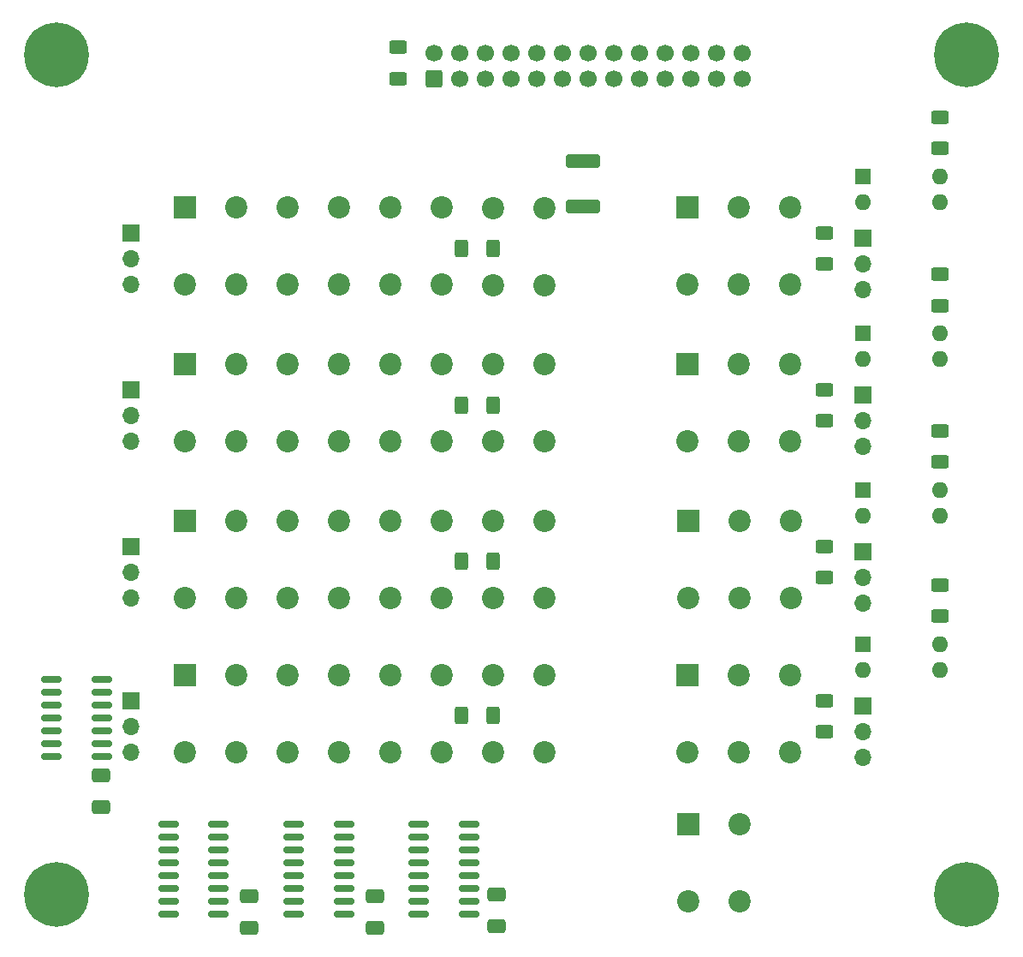
<source format=gbr>
%TF.GenerationSoftware,KiCad,Pcbnew,7.0.7*%
%TF.CreationDate,2023-12-16T22:01:11+01:00*%
%TF.ProjectId,BOB4AXIS,424f4234-4158-4495-932e-6b696361645f,rev?*%
%TF.SameCoordinates,Original*%
%TF.FileFunction,Soldermask,Bot*%
%TF.FilePolarity,Negative*%
%FSLAX46Y46*%
G04 Gerber Fmt 4.6, Leading zero omitted, Abs format (unit mm)*
G04 Created by KiCad (PCBNEW 7.0.7) date 2023-12-16 22:01:11*
%MOMM*%
%LPD*%
G01*
G04 APERTURE LIST*
G04 Aperture macros list*
%AMRoundRect*
0 Rectangle with rounded corners*
0 $1 Rounding radius*
0 $2 $3 $4 $5 $6 $7 $8 $9 X,Y pos of 4 corners*
0 Add a 4 corners polygon primitive as box body*
4,1,4,$2,$3,$4,$5,$6,$7,$8,$9,$2,$3,0*
0 Add four circle primitives for the rounded corners*
1,1,$1+$1,$2,$3*
1,1,$1+$1,$4,$5*
1,1,$1+$1,$6,$7*
1,1,$1+$1,$8,$9*
0 Add four rect primitives between the rounded corners*
20,1,$1+$1,$2,$3,$4,$5,0*
20,1,$1+$1,$4,$5,$6,$7,0*
20,1,$1+$1,$6,$7,$8,$9,0*
20,1,$1+$1,$8,$9,$2,$3,0*%
G04 Aperture macros list end*
%ADD10RoundRect,0.250000X0.625000X-0.400000X0.625000X0.400000X-0.625000X0.400000X-0.625000X-0.400000X0*%
%ADD11C,2.200000*%
%ADD12R,2.200000X2.200000*%
%ADD13C,0.800000*%
%ADD14C,6.400000*%
%ADD15R,1.700000X1.700000*%
%ADD16O,1.700000X1.700000*%
%ADD17R,1.600000X1.600000*%
%ADD18O,1.600000X1.600000*%
%ADD19RoundRect,0.250000X0.600000X-0.600000X0.600000X0.600000X-0.600000X0.600000X-0.600000X-0.600000X0*%
%ADD20C,1.700000*%
%ADD21RoundRect,0.250000X0.400000X0.625000X-0.400000X0.625000X-0.400000X-0.625000X0.400000X-0.625000X0*%
%ADD22RoundRect,0.250000X0.650000X-0.412500X0.650000X0.412500X-0.650000X0.412500X-0.650000X-0.412500X0*%
%ADD23RoundRect,0.250000X-0.625000X0.400000X-0.625000X-0.400000X0.625000X-0.400000X0.625000X0.400000X0*%
%ADD24RoundRect,0.250000X-1.450000X0.400000X-1.450000X-0.400000X1.450000X-0.400000X1.450000X0.400000X0*%
%ADD25RoundRect,0.150000X-0.825000X-0.150000X0.825000X-0.150000X0.825000X0.150000X-0.825000X0.150000X0*%
%ADD26RoundRect,0.250000X-0.650000X0.412500X-0.650000X-0.412500X0.650000X-0.412500X0.650000X0.412500X0*%
G04 APERTURE END LIST*
D10*
%TO.C,R13*%
X38760400Y-7366000D03*
X38760400Y-4266000D03*
%TD*%
D11*
%TO.C,J5*%
X17652959Y-27715433D03*
D12*
X17652959Y-20095417D03*
D11*
X22732970Y-27715433D03*
X22732970Y-20095417D03*
X27812980Y-27715433D03*
X27812980Y-20095417D03*
X32892990Y-27701209D03*
X32892990Y-20095417D03*
X37973000Y-27715433D03*
X37973000Y-20095417D03*
X43053010Y-27715433D03*
X43053010Y-20095417D03*
X48133020Y-27725339D03*
X48133020Y-20105323D03*
X53213031Y-27720259D03*
X53213031Y-20100243D03*
%TD*%
D13*
%TO.C,H3*%
X92600000Y-5000000D03*
X93302944Y-3302944D03*
X93302944Y-6697056D03*
X95000000Y-2600000D03*
D14*
X95000000Y-5000000D03*
D13*
X95000000Y-7400000D03*
X96697056Y-3302944D03*
X96697056Y-6697056D03*
X97400000Y-5000000D03*
%TD*%
D15*
%TO.C,JP6*%
X12319000Y-38100000D03*
D16*
X12319000Y-40640000D03*
X12319000Y-43180000D03*
%TD*%
D11*
%TO.C,J8*%
X17652949Y-73914016D03*
D12*
X17652949Y-66294000D03*
D11*
X22732960Y-73914016D03*
X22732960Y-66294000D03*
X27812970Y-73914016D03*
X27812970Y-66294000D03*
X32892980Y-73899792D03*
X32892980Y-66294000D03*
X37972990Y-73914016D03*
X37972990Y-66294000D03*
X43053000Y-73914016D03*
X43053000Y-66294000D03*
X48133010Y-73923922D03*
X48133010Y-66303906D03*
X53213021Y-73918842D03*
X53213021Y-66298826D03*
%TD*%
D15*
%TO.C,JP3*%
X84734000Y-54117000D03*
D16*
X84734000Y-56657000D03*
X84734000Y-59197000D03*
%TD*%
D15*
%TO.C,JP8*%
X12319000Y-68834000D03*
D16*
X12319000Y-71374000D03*
X12319000Y-73914000D03*
%TD*%
D11*
%TO.C,J1*%
X67380985Y-27703013D03*
D12*
X67380985Y-20082997D03*
D11*
X72460995Y-27703013D03*
X72460995Y-20082997D03*
X77541005Y-27703013D03*
X77541005Y-20082997D03*
%TD*%
D17*
%TO.C,U3*%
X84709000Y-48006000D03*
D18*
X84709000Y-50546000D03*
X92329000Y-50546000D03*
X92329000Y-48006000D03*
%TD*%
D13*
%TO.C,H1*%
X2600000Y-5000000D03*
X3302944Y-3302944D03*
X3302944Y-6697056D03*
X5000000Y-2600000D03*
D14*
X5000000Y-5000000D03*
D13*
X5000000Y-7400000D03*
X6697056Y-3302944D03*
X6697056Y-6697056D03*
X7400000Y-5000000D03*
%TD*%
D17*
%TO.C,U1*%
X84709000Y-17018000D03*
D18*
X84709000Y-19558000D03*
X92329000Y-19558000D03*
X92329000Y-17018000D03*
%TD*%
D11*
%TO.C,J6*%
X17652928Y-43175190D03*
D12*
X17652928Y-35555174D03*
D11*
X22732939Y-43175190D03*
X22732939Y-35555174D03*
X27812949Y-43175190D03*
X27812949Y-35555174D03*
X32892959Y-43160966D03*
X32892959Y-35555174D03*
X37972969Y-43175190D03*
X37972969Y-35555174D03*
X43052979Y-43175190D03*
X43052979Y-35555174D03*
X48132989Y-43185096D03*
X48132989Y-35565080D03*
X53213000Y-43180016D03*
X53213000Y-35560000D03*
%TD*%
D19*
%TO.C,J9*%
X42291000Y-7366000D03*
D20*
X42291000Y-4826000D03*
X44831000Y-7366000D03*
X44831000Y-4826000D03*
X47371000Y-7366000D03*
X47371000Y-4826000D03*
X49911000Y-7366000D03*
X49911000Y-4826000D03*
X52451000Y-7366000D03*
X52451000Y-4826000D03*
X54991000Y-7366000D03*
X54991000Y-4826000D03*
X57531000Y-7366000D03*
X57531000Y-4826000D03*
X60071000Y-7366000D03*
X60071000Y-4826000D03*
X62611000Y-7366000D03*
X62611000Y-4826000D03*
X65151000Y-7366000D03*
X65151000Y-4826000D03*
X67691000Y-7366000D03*
X67691000Y-4826000D03*
X70231000Y-7366000D03*
X70231000Y-4826000D03*
X72771000Y-7366000D03*
X72771000Y-4826000D03*
%TD*%
D15*
%TO.C,JP2*%
X84709000Y-38608000D03*
D16*
X84709000Y-41148000D03*
X84709000Y-43688000D03*
%TD*%
D15*
%TO.C,JP7*%
X12319000Y-53594000D03*
D16*
X12319000Y-56134000D03*
X12319000Y-58674000D03*
%TD*%
%TO.C,JP4*%
X84709000Y-74422000D03*
X84709000Y-71882000D03*
D15*
X84709000Y-69342000D03*
%TD*%
D11*
%TO.C,J4*%
X67380985Y-73914016D03*
D12*
X67380985Y-66294000D03*
D11*
X72460995Y-73914016D03*
X72460995Y-66294000D03*
X77541005Y-73914016D03*
X77541005Y-66294000D03*
%TD*%
%TO.C,U7*%
X72517000Y-88646000D03*
X72517000Y-81025984D03*
X67436990Y-88646000D03*
D12*
X67436990Y-81025984D03*
%TD*%
D11*
%TO.C,J2*%
X67380985Y-43180016D03*
D12*
X67380985Y-35560000D03*
D11*
X72460995Y-43180016D03*
X72460995Y-35560000D03*
X77541005Y-43180016D03*
X77541005Y-35560000D03*
%TD*%
D17*
%TO.C,U4*%
X84709000Y-63246000D03*
D18*
X84709000Y-65786000D03*
X92329000Y-65786000D03*
X92329000Y-63246000D03*
%TD*%
D13*
%TO.C,H2*%
X2600000Y-88000000D03*
X3302944Y-86302944D03*
X3302944Y-89697056D03*
X5000000Y-85600000D03*
D14*
X5000000Y-88000000D03*
D13*
X5000000Y-90400000D03*
X6697056Y-86302944D03*
X6697056Y-89697056D03*
X7400000Y-88000000D03*
%TD*%
D15*
%TO.C,JP1*%
X84709000Y-23114000D03*
D16*
X84709000Y-25654000D03*
X84709000Y-28194000D03*
%TD*%
D13*
%TO.C,H4*%
X92600000Y-88000000D03*
X93302944Y-86302944D03*
X93302944Y-89697056D03*
X95000000Y-85600000D03*
D14*
X95000000Y-88000000D03*
D13*
X95000000Y-90400000D03*
X96697056Y-86302944D03*
X96697056Y-89697056D03*
X97400000Y-88000000D03*
%TD*%
D11*
%TO.C,J7*%
X17652939Y-58664110D03*
D12*
X17652939Y-51044094D03*
D11*
X22732950Y-58664110D03*
X22732950Y-51044094D03*
X27812960Y-58664110D03*
X27812960Y-51044094D03*
X32892970Y-58649886D03*
X32892970Y-51044094D03*
X37972980Y-58664110D03*
X37972980Y-51044094D03*
X43052990Y-58664110D03*
X43052990Y-51044094D03*
X48133000Y-58674016D03*
X48133000Y-51054000D03*
X53213011Y-58668936D03*
X53213011Y-51048920D03*
%TD*%
%TO.C,J3*%
X67436980Y-58674016D03*
D12*
X67436980Y-51054000D03*
D11*
X72516990Y-58674016D03*
X72516990Y-51054000D03*
X77597000Y-58674016D03*
X77597000Y-51054000D03*
%TD*%
D15*
%TO.C,JP5*%
X12319000Y-22606000D03*
D16*
X12319000Y-25146000D03*
X12319000Y-27686000D03*
%TD*%
D17*
%TO.C,U2*%
X84709000Y-32512000D03*
D18*
X84709000Y-35052000D03*
X92329000Y-35052000D03*
X92329000Y-32512000D03*
%TD*%
D21*
%TO.C,R10*%
X48133000Y-24130000D03*
X45033000Y-24130000D03*
%TD*%
D22*
%TO.C,C4*%
X36449000Y-91224500D03*
X36449000Y-88099500D03*
%TD*%
D23*
%TO.C,R1*%
X80899000Y-22580000D03*
X80899000Y-25680000D03*
%TD*%
%TO.C,R7*%
X80899000Y-68808000D03*
X80899000Y-71908000D03*
%TD*%
D24*
%TO.C,F1*%
X57023000Y-15494000D03*
X57023000Y-19944000D03*
%TD*%
D23*
%TO.C,R5*%
X80899000Y-53568000D03*
X80899000Y-56668000D03*
%TD*%
D21*
%TO.C,R12*%
X48133000Y-70231000D03*
X45033000Y-70231000D03*
%TD*%
D23*
%TO.C,R8*%
X92329000Y-57378000D03*
X92329000Y-60478000D03*
%TD*%
D25*
%TO.C,U6*%
X28448000Y-89916000D03*
X28448000Y-88646000D03*
X28448000Y-87376000D03*
X28448000Y-86106000D03*
X28448000Y-84836000D03*
X28448000Y-83566000D03*
X28448000Y-82296000D03*
X28448000Y-81026000D03*
X33398000Y-81026000D03*
X33398000Y-82296000D03*
X33398000Y-83566000D03*
X33398000Y-84836000D03*
X33398000Y-86106000D03*
X33398000Y-87376000D03*
X33398000Y-88646000D03*
X33398000Y-89916000D03*
%TD*%
D21*
%TO.C,R11*%
X48133000Y-54991000D03*
X45033000Y-54991000D03*
%TD*%
D23*
%TO.C,R4*%
X92329000Y-26670000D03*
X92329000Y-29770000D03*
%TD*%
D26*
%TO.C,C2*%
X9398000Y-76161500D03*
X9398000Y-79286500D03*
%TD*%
D23*
%TO.C,R2*%
X92329000Y-11150000D03*
X92329000Y-14250000D03*
%TD*%
%TO.C,R6*%
X92329000Y-42138000D03*
X92329000Y-45238000D03*
%TD*%
D22*
%TO.C,C1*%
X48514000Y-91059000D03*
X48514000Y-87934000D03*
%TD*%
D25*
%TO.C,U5*%
X16067000Y-89886300D03*
X16067000Y-88616300D03*
X16067000Y-87346300D03*
X16067000Y-86076300D03*
X16067000Y-84806300D03*
X16067000Y-83536300D03*
X16067000Y-82266300D03*
X16067000Y-80996300D03*
X21017000Y-80996300D03*
X21017000Y-82266300D03*
X21017000Y-83536300D03*
X21017000Y-84806300D03*
X21017000Y-86076300D03*
X21017000Y-87346300D03*
X21017000Y-88616300D03*
X21017000Y-89886300D03*
%TD*%
D21*
%TO.C,R9*%
X48133000Y-39624000D03*
X45033000Y-39624000D03*
%TD*%
D22*
%TO.C,C3*%
X24003000Y-91224500D03*
X24003000Y-88099500D03*
%TD*%
D23*
%TO.C,R3*%
X80899000Y-38074000D03*
X80899000Y-41174000D03*
%TD*%
D25*
%TO.C,U8*%
X4510000Y-74295000D03*
X4510000Y-73025000D03*
X4510000Y-71755000D03*
X4510000Y-70485000D03*
X4510000Y-69215000D03*
X4510000Y-67945000D03*
X4510000Y-66675000D03*
X9460000Y-66675000D03*
X9460000Y-67945000D03*
X9460000Y-69215000D03*
X9460000Y-70485000D03*
X9460000Y-71755000D03*
X9460000Y-73025000D03*
X9460000Y-74295000D03*
%TD*%
%TO.C,U9*%
X40832000Y-89916000D03*
X40832000Y-88646000D03*
X40832000Y-87376000D03*
X40832000Y-86106000D03*
X40832000Y-84836000D03*
X40832000Y-83566000D03*
X40832000Y-82296000D03*
X40832000Y-81026000D03*
X45782000Y-81026000D03*
X45782000Y-82296000D03*
X45782000Y-83566000D03*
X45782000Y-84836000D03*
X45782000Y-86106000D03*
X45782000Y-87376000D03*
X45782000Y-88646000D03*
X45782000Y-89916000D03*
%TD*%
M02*

</source>
